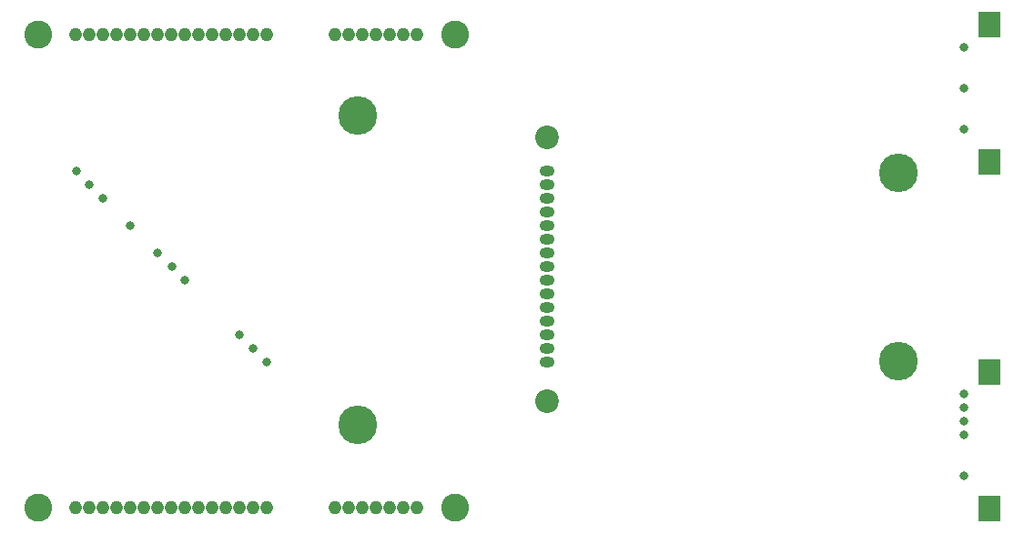
<source format=gbr>
%TF.GenerationSoftware,KiCad,Pcbnew,9.0.7*%
%TF.CreationDate,2026-02-22T17:51:24-06:00*%
%TF.ProjectId,sata-backplane,73617461-2d62-4616-936b-706c616e652e,rev?*%
%TF.SameCoordinates,Original*%
%TF.FileFunction,Copper,L3,Inr*%
%TF.FilePolarity,Positive*%
%FSLAX46Y46*%
G04 Gerber Fmt 4.6, Leading zero omitted, Abs format (unit mm)*
G04 Created by KiCad (PCBNEW 9.0.7) date 2026-02-22 17:51:24*
%MOMM*%
%LPD*%
G01*
G04 APERTURE LIST*
%TA.AperFunction,ComponentPad*%
%ADD10R,2.057400X2.362200*%
%TD*%
%TA.AperFunction,WasherPad*%
%ADD11C,2.600000*%
%TD*%
%TA.AperFunction,ComponentPad*%
%ADD12O,1.168400X1.270000*%
%TD*%
%TA.AperFunction,ComponentPad*%
%ADD13C,3.600000*%
%TD*%
%TA.AperFunction,WasherPad*%
%ADD14C,2.200000*%
%TD*%
%TA.AperFunction,ComponentPad*%
%ADD15O,1.400000X1.000000*%
%TD*%
%TA.AperFunction,ViaPad*%
%ADD16C,0.800000*%
%TD*%
G04 APERTURE END LIST*
D10*
%TO.N,N/C*%
%TO.C,J1*%
X125500000Y-81720000D03*
X125500000Y-68980000D03*
%TD*%
%TO.N,N/C*%
%TO.C,J3*%
X125500000Y-49440000D03*
X125500000Y-36700000D03*
%TD*%
D11*
%TO.N,*%
%TO.C,J2*%
X75800000Y-81600000D03*
X37060002Y-81600000D03*
D12*
%TO.N,/3V3_A*%
X58330000Y-81600000D03*
%TO.N,/3V3_B*%
X57060000Y-81600000D03*
%TO.N,/PW_DIS*%
X55790000Y-81600000D03*
%TO.N,GND*%
X54520000Y-81600000D03*
X53250000Y-81600000D03*
X51980000Y-81600000D03*
%TO.N,/5V_PRE*%
X50710000Y-81600000D03*
%TO.N,/5V_A*%
X49440000Y-81600000D03*
%TO.N,/5V_B*%
X48170000Y-81600000D03*
%TO.N,GND*%
X46900000Y-81600000D03*
%TO.N,/SS{slash}ACT*%
X45630000Y-81600000D03*
%TO.N,GND*%
X44360000Y-81600000D03*
%TO.N,/12V_PRE*%
X43090000Y-81600000D03*
%TO.N,/12V_A*%
X41820000Y-81600000D03*
%TO.N,/12V_B*%
X40550000Y-81600000D03*
%TO.N,GND*%
X72300000Y-81600000D03*
%TO.N,/SATA1_A+*%
X71030000Y-81600000D03*
%TO.N,/SATA1_A-*%
X69760000Y-81600000D03*
%TO.N,GND*%
X68490000Y-81600000D03*
%TO.N,/SATA1_B+*%
X67220000Y-81600000D03*
%TO.N,/SATA1_B-*%
X65950000Y-81600000D03*
%TO.N,GND*%
X64680000Y-81600000D03*
%TD*%
D11*
%TO.N,*%
%TO.C,J4*%
X75800000Y-37600000D03*
X37060002Y-37600000D03*
D12*
%TO.N,/3V3_A*%
X58330000Y-37600000D03*
%TO.N,/3V3_B*%
X57060000Y-37600000D03*
%TO.N,/PW_DIS*%
X55790000Y-37600000D03*
%TO.N,GND*%
X54520000Y-37600000D03*
X53250000Y-37600000D03*
X51980000Y-37600000D03*
%TO.N,/5V_PRE*%
X50710000Y-37600000D03*
%TO.N,/5V_A*%
X49440000Y-37600000D03*
%TO.N,/5V_B*%
X48170000Y-37600000D03*
%TO.N,GND*%
X46900000Y-37600000D03*
%TO.N,/SS{slash}ACT*%
X45630000Y-37600000D03*
%TO.N,GND*%
X44360000Y-37600000D03*
%TO.N,/12V_PRE*%
X43090000Y-37600000D03*
%TO.N,/12V_A*%
X41820000Y-37600000D03*
%TO.N,/12V_B*%
X40550000Y-37600000D03*
%TO.N,GND*%
X72300000Y-37600000D03*
%TO.N,/SATA2_A+*%
X71030000Y-37600000D03*
%TO.N,/SATA2_A-*%
X69760000Y-37600000D03*
%TO.N,GND*%
X68490000Y-37600000D03*
%TO.N,/SATA2_B+*%
X67220000Y-37600000D03*
%TO.N,/SATA2_B-*%
X65950000Y-37600000D03*
%TO.N,GND*%
X64680000Y-37600000D03*
%TD*%
D13*
%TO.N,GND*%
%TO.C,H4*%
X66750000Y-73900000D03*
%TD*%
%TO.N,GND*%
%TO.C,H2*%
X117063086Y-50436200D03*
%TD*%
%TO.N,GND*%
%TO.C,H1*%
X66750000Y-45150000D03*
%TD*%
%TO.N,GND*%
%TO.C,H3*%
X117063086Y-67983800D03*
%TD*%
D14*
%TO.N,*%
%TO.C,J5*%
X84400000Y-71690000D03*
X84400000Y-47190000D03*
D15*
%TO.N,/3V3_A*%
X84400000Y-68090000D03*
%TO.N,/3V3_B*%
X84400000Y-66820000D03*
%TO.N,/PW_DIS*%
X84400000Y-65550000D03*
%TO.N,GND*%
X84400000Y-64280000D03*
X84400000Y-63010000D03*
X84400000Y-61740000D03*
%TO.N,/5V_PRE*%
X84400000Y-60470000D03*
%TO.N,/5V_A*%
X84400000Y-59200000D03*
%TO.N,/5V_B*%
X84400000Y-57930000D03*
%TO.N,GND*%
X84400000Y-56660000D03*
%TO.N,/SS{slash}ACT*%
X84400000Y-55390000D03*
%TO.N,GND*%
X84400000Y-54120000D03*
%TO.N,/12V_PRE*%
X84400000Y-52850000D03*
%TO.N,/12V_A*%
X84400000Y-51580000D03*
%TO.N,/12V_B*%
X84400000Y-50310000D03*
%TD*%
D16*
%TO.N,GND*%
X123140086Y-38760001D03*
X123140086Y-42570001D03*
X123140086Y-74850001D03*
X123140086Y-78660001D03*
X123140086Y-46380001D03*
X123140086Y-71040001D03*
%TO.N,/SATA1_A+*%
X123140086Y-72310001D03*
%TO.N,/SATA1_A-*%
X123140086Y-73580001D03*
%TO.N,/3V3_B*%
X57050000Y-66820000D03*
%TO.N,/12V_A*%
X41820000Y-51600000D03*
%TO.N,/SS{slash}ACT*%
X45630000Y-55400000D03*
%TO.N,/PW_DIS*%
X55790000Y-65550000D03*
%TO.N,/12V_PRE*%
X43090000Y-52850000D03*
%TO.N,/3V3_A*%
X58330000Y-68100000D03*
%TO.N,/5V_PRE*%
X50710000Y-60450000D03*
%TO.N,/12V_B*%
X40560000Y-50310000D03*
%TO.N,/5V_B*%
X48170000Y-57900000D03*
%TO.N,/5V_A*%
X49450000Y-59200000D03*
%TD*%
M02*

</source>
